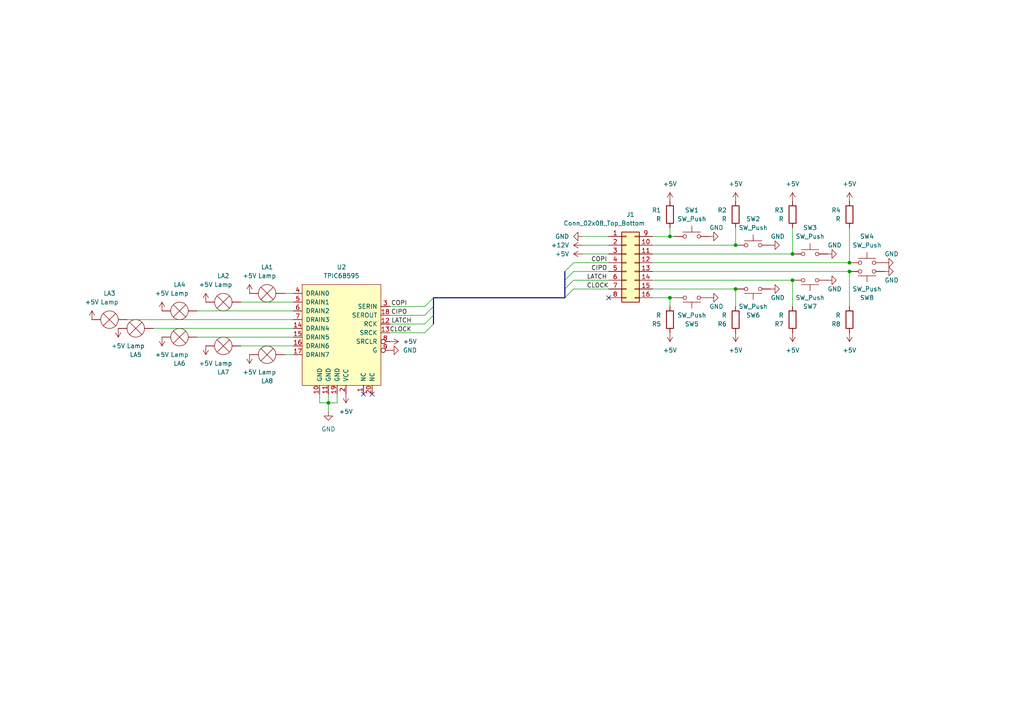
<source format=kicad_sch>
(kicad_sch (version 20230121) (generator eeschema)
  (paper "A4")
  (lib_symbols
    (symbol "Connector_Generic:Conn_02x08_Top_Bottom" (pin_names (offset 1.016) hide)
      (property "Reference" "J" (at 1.27 10.16 0))
      (property "Value" "Conn_02x08_Top_Bottom" (at 1.27 -12.7 0))
      (symbol "Conn_02x08_Top_Bottom_1_1"
        (rectangle (start -1.27 -10.033) (end 0 -10.287) (stroke (width 0.1524)))
        (rectangle (start -1.27 -7.493) (end 0 -7.747) (stroke (width 0.1524)))
        (rectangle (start -1.27 -4.953) (end 0 -5.207) (stroke (width 0.1524)))
        (rectangle (start -1.27 -2.413) (end 0 -2.667) (stroke (width 0.1524)))
        (rectangle (start -1.27 0.127) (end 0 -0.127) (stroke (width 0.1524)))
        (rectangle (start -1.27 2.667) (end 0 2.413) (stroke (width 0.1524)))
        (rectangle (start -1.27 5.207) (end 0 4.953) (stroke (width 0.1524)))
        (rectangle (start -1.27 7.747) (end 0 7.493) (stroke (width 0.1524)))
        (rectangle (start -1.27 8.89) (end 3.81 -11.43) (stroke (width 0.254)) (fill (type background)))
        (rectangle (start 3.81 -10.033) (end 2.54 -10.287) (stroke (width 0.1524)))
        (rectangle (start 3.81 -7.493) (end 2.54 -7.747) (stroke (width 0.1524)))
        (rectangle (start 3.81 -4.953) (end 2.54 -5.207) (stroke (width 0.1524)))
        (rectangle (start 3.81 -2.413) (end 2.54 -2.667) (stroke (width 0.1524)))
        (rectangle (start 3.81 0.127) (end 2.54 -0.127) (stroke (width 0.1524)))
        (rectangle (start 3.81 2.667) (end 2.54 2.413) (stroke (width 0.1524)))
        (rectangle (start 3.81 5.207) (end 2.54 4.953) (stroke (width 0.1524)))
        (rectangle (start 3.81 7.747) (end 2.54 7.493) (stroke (width 0.1524)))
        (pin passive line (at -5.08 7.62 0) (length 3.81) (name "Pin_1") (number "1"))
        (pin passive line (at 7.62 5.08 180) (length 3.81) (name "Pin_10") (number "10"))
        (pin passive line (at 7.62 2.54 180) (length 3.81) (name "Pin_11") (number "11"))
        (pin passive line (at 7.62 0 180) (length 3.81) (name "Pin_12") (number "12"))
        (pin passive line (at 7.62 -2.54 180) (length 3.81) (name "Pin_13") (number "13"))
        (pin passive line (at 7.62 -5.08 180) (length 3.81) (name "Pin_14") (number "14"))
        (pin passive line (at 7.62 -7.62 180) (length 3.81) (name "Pin_15") (number "15"))
        (pin passive line (at 7.62 -10.16 180) (length 3.81) (name "Pin_16") (number "16"))
        (pin passive line (at -5.08 5.08 0) (length 3.81) (name "Pin_2") (number "2"))
        (pin passive line (at -5.08 2.54 0) (length 3.81) (name "Pin_3") (number "3"))
        (pin passive line (at -5.08 0 0) (length 3.81) (name "Pin_4") (number "4"))
        (pin passive line (at -5.08 -2.54 0) (length 3.81) (name "Pin_5") (number "5"))
        (pin passive line (at -5.08 -5.08 0) (length 3.81) (name "Pin_6") (number "6"))
        (pin passive line (at -5.08 -7.62 0) (length 3.81) (name "Pin_7") (number "7"))
        (pin passive line (at -5.08 -10.16 0) (length 3.81) (name "Pin_8") (number "8"))
        (pin passive line (at 7.62 7.62 180) (length 3.81) (name "Pin_9") (number "9"))
      )
    )
    (symbol "Device:Lamp" (pin_numbers hide) (pin_names (offset 0.0254) hide)
      (property "Reference" "LA" (at 0.635 3.81 0))
      (property "Value" "Lamp" (at 0.635 -3.81 0))
      (symbol "Lamp_0_1"
        (polyline (pts (xy -1.778 1.778) (xy 1.778 -1.778)))
        (polyline (pts (xy 1.778 1.778) (xy -1.778 -1.778)))
        (circle (center 0 0) (radius 2.54))
      )
      (symbol "Lamp_1_1"
        (pin passive line (at 0 -5.08 90) (length 2.54) (name "-") (number "1"))
        (pin passive line (at 0 5.08 270) (length 2.54) (name "+") (number "2"))
      )
    )
    (symbol "Device:R" (pin_numbers hide) (pin_names (offset 0))
      (property "Reference" "R" (at 2.032 0 90))
      (property "Value" "R" (at 0 0 90))
      (symbol "R_0_1"
        (rectangle (start -1.016 -2.54) (end 1.016 2.54) (stroke (width 0.254)))
      )
      (symbol "R_1_1"
        (pin passive line (at 0 3.81 270) (length 1.27) (name "~") (number "1"))
        (pin passive line (at 0 -3.81 90) (length 1.27) (name "~") (number "2"))
      )
    )
    (symbol "SMM:TPIC6B595" (pin_names (offset 1.016))
      (property "Reference" "U" (at 0 0 0))
      (property "Value" "TPIC6B595" (at 0 -12.7 90))
      (symbol "TPIC6B595_0_1"
        (rectangle (start -11.43 -1.27) (end 11.43 -30.48) (fill (type background)))
      )
      (symbol "TPIC6B595_1_1"
        (pin power_in line (at 6.35 -33.02 90) (length 2.54) (name "NC") (number "1"))
        (pin power_in line (at -6.35 -33.02 90) (length 2.54) (name "GND") (number "10"))
        (pin power_in line (at -3.81 -33.02 90) (length 2.54) (name "GND") (number "11"))
        (pin input line (at 13.97 -12.7 180) (length 2.54) (name "RCK") (number "12"))
        (pin input line (at 13.97 -15.24 180) (length 2.54) (name "SRCK") (number "13"))
        (pin open_collector line (at -13.97 -13.97 0) (length 2.54) (name "DRAIN4") (number "14"))
        (pin open_collector line (at -13.97 -16.51 0) (length 2.54) (name "DRAIN5") (number "15"))
        (pin open_collector line (at -13.97 -19.05 0) (length 2.54) (name "DRAIN6") (number "16"))
        (pin open_collector line (at -13.97 -21.59 0) (length 2.54) (name "DRAIN7") (number "17"))
        (pin output line (at 13.97 -10.16 180) (length 2.54) (name "SEROUT") (number "18"))
        (pin power_in line (at -1.27 -33.02 90) (length 2.54) (name "GND") (number "19"))
        (pin power_in line (at 1.27 -33.02 90) (length 2.54) (name "VCC") (number "2"))
        (pin power_in line (at 8.89 -33.02 90) (length 2.54) (name "NC") (number "20"))
        (pin input line (at 13.97 -7.62 180) (length 2.54) (name "SERIN") (number "3"))
        (pin open_collector line (at -13.97 -3.81 0) (length 2.54) (name "DRAIN0") (number "4"))
        (pin open_collector line (at -13.97 -6.35 0) (length 2.54) (name "DRAIN1") (number "5"))
        (pin open_collector line (at -13.97 -8.89 0) (length 2.54) (name "DRAIN2") (number "6"))
        (pin open_collector line (at -13.97 -11.43 0) (length 2.54) (name "DRAIN3") (number "7"))
        (pin input inverted (at 13.97 -17.78 180) (length 2.54) (name "SRCLR") (number "8"))
        (pin input inverted (at 13.97 -20.32 180) (length 2.54) (name "G") (number "9"))
      )
    )
    (symbol "Switch:SW_Push" (pin_numbers hide) (pin_names (offset 1.016) hide)
      (property "Reference" "SW" (at 1.27 2.54 0))
      (property "Value" "SW_Push" (at 0 -1.524 0))
      (symbol "SW_Push_0_1"
        (circle (center -2.032 0) (radius 0.508))
        (polyline (pts (xy 0 1.27) (xy 0 3.048)))
        (polyline (pts (xy 2.54 1.27) (xy -2.54 1.27)))
        (circle (center 2.032 0) (radius 0.508))
        (pin passive line (at -5.08 0 0) (length 2.54) (name "1") (number "1"))
        (pin passive line (at 5.08 0 180) (length 2.54) (name "2") (number "2"))
      )
    )
    (symbol "power:+12V" (power) (pin_names (offset 0))
      (property "Value" "+12V" (at 0 3.556 0))
      (symbol "+12V_0_1"
        (polyline (pts (xy -0.762 1.27) (xy 0 2.54)))
        (polyline (pts (xy 0 0) (xy 0 2.54)))
        (polyline (pts (xy 0 2.54) (xy 0.762 1.27)))
      )
      (symbol "+12V_1_1"
        (pin power_in line (at 0 0 90) (length 0) hide (name "+12V") (number "1"))
      )
    )
    (symbol "power:+5V" (power) (pin_names (offset 0))
      (property "Value" "+5V" (at 0 3.556 0))
      (symbol "+5V_0_1"
        (polyline (pts (xy -0.762 1.27) (xy 0 2.54)))
        (polyline (pts (xy 0 0) (xy 0 2.54)))
        (polyline (pts (xy 0 2.54) (xy 0.762 1.27)))
      )
      (symbol "+5V_1_1"
        (pin power_in line (at 0 0 90) (length 0) hide (name "+5V") (number "1"))
      )
    )
    (symbol "power:GND" (power) (pin_names (offset 0))
      (property "Value" "GND" (at 0 -3.81 0))
      (symbol "GND_0_1"
        (polyline (pts (xy 0 0) (xy 0 -1.27) (xy 1.27 -1.27) (xy 0 -2.54) (xy -1.27 -1.27) (xy 0 -1.27)))
      )
      (symbol "GND_1_1"
        (pin power_in line (at 0 0 270) (length 0) hide (name "GND") (number "1"))
      )
    )
  )
  (junction (at 246.38 76.2))
  (junction (at 213.36 83.82))
  (junction (at 229.87 73.66))
  (junction (at 229.87 81.28))
  (junction (at 194.31 68.58))
  (junction (at 95.25 116.84))
  (junction (at 246.38 78.74))
  (junction (at 213.36 71.12))
  (junction (at 194.31 86.36))
  (no_connect (at 176.53 86.36))
  (no_connect (at 105.41 114.3))
  (no_connect (at 107.95 114.3))
  (bus_entry (at 123.19 91.44) (size 2.54 -2.54))
  (bus_entry (at 123.19 88.9) (size 2.54 -2.54))
  (bus_entry (at 123.19 93.98) (size 2.54 -2.54))
  (bus_entry (at 123.19 96.52) (size 2.54 -2.54))
  (bus_entry (at 166.37 81.28) (size -2.54 2.54))
  (bus_entry (at 166.37 83.82) (size -2.54 2.54))
  (bus_entry (at 166.37 76.2) (size -2.54 2.54))
  (bus_entry (at 166.37 78.74) (size -2.54 2.54))
  (wire (pts (xy 166.37 81.28) (xy 176.53 81.28)))
  (bus (pts (xy 125.73 88.9) (xy 125.73 86.36)))
  (wire (pts (xy 123.19 91.44) (xy 113.03 91.44)))
  (bus (pts (xy 163.83 83.82) (xy 163.83 86.36)))
  (wire (pts (xy 246.38 88.9) (xy 246.38 78.74)))
  (wire (pts (xy 213.36 88.9) (xy 213.36 83.82)))
  (wire (pts (xy 213.36 66.04) (xy 213.36 71.12)))
  (wire (pts (xy 194.31 66.04) (xy 194.31 68.58)))
  (wire (pts (xy 189.23 86.36) (xy 194.31 86.36)))
  (wire (pts (xy 95.25 116.84) (xy 97.79 116.84)))
  (wire (pts (xy 168.91 71.12) (xy 176.53 71.12)))
  (wire (pts (xy 123.19 93.98) (xy 113.03 93.98)))
  (wire (pts (xy 166.37 83.82) (xy 176.53 83.82)))
  (wire (pts (xy 189.23 73.66) (xy 229.87 73.66)))
  (wire (pts (xy 57.15 97.79) (xy 85.09 97.79)))
  (wire (pts (xy 82.55 85.09) (xy 85.09 85.09)))
  (bus (pts (xy 125.73 86.36) (xy 163.83 86.36)))
  (wire (pts (xy 57.15 90.17) (xy 85.09 90.17)))
  (wire (pts (xy 97.79 116.84) (xy 97.79 114.3)))
  (wire (pts (xy 168.91 68.58) (xy 176.53 68.58)))
  (wire (pts (xy 168.91 73.66) (xy 176.53 73.66)))
  (wire (pts (xy 246.38 66.04) (xy 246.38 76.2)))
  (wire (pts (xy 189.23 78.74) (xy 246.38 78.74)))
  (wire (pts (xy 92.71 116.84) (xy 95.25 116.84)))
  (wire (pts (xy 189.23 81.28) (xy 229.87 81.28)))
  (wire (pts (xy 213.36 83.82) (xy 189.23 83.82)))
  (wire (pts (xy 82.55 102.87) (xy 85.09 102.87)))
  (wire (pts (xy 229.87 88.9) (xy 229.87 81.28)))
  (bus (pts (xy 125.73 93.98) (xy 125.73 91.44)))
  (wire (pts (xy 166.37 78.74) (xy 176.53 78.74)))
  (wire (pts (xy 194.31 68.58) (xy 195.58 68.58)))
  (wire (pts (xy 95.25 116.84) (xy 95.25 114.3)))
  (wire (pts (xy 166.37 76.2) (xy 176.53 76.2)))
  (wire (pts (xy 95.25 119.38) (xy 95.25 116.84)))
  (wire (pts (xy 69.85 87.63) (xy 85.09 87.63)))
  (wire (pts (xy 36.83 92.71) (xy 85.09 92.71)))
  (wire (pts (xy 44.45 95.25) (xy 85.09 95.25)))
  (wire (pts (xy 229.87 66.04) (xy 229.87 73.66)))
  (bus (pts (xy 125.73 91.44) (xy 125.73 88.9)))
  (wire (pts (xy 69.85 100.33) (xy 85.09 100.33)))
  (bus (pts (xy 163.83 78.74) (xy 163.83 81.28)))
  (bus (pts (xy 163.83 81.28) (xy 163.83 83.82)))
  (wire (pts (xy 189.23 76.2) (xy 246.38 76.2)))
  (wire (pts (xy 123.19 96.52) (xy 113.03 96.52)))
  (wire (pts (xy 194.31 88.9) (xy 194.31 86.36)))
  (wire (pts (xy 189.23 68.58) (xy 194.31 68.58)))
  (wire (pts (xy 194.31 86.36) (xy 195.58 86.36)))
  (wire (pts (xy 123.19 88.9) (xy 113.03 88.9)))
  (wire (pts (xy 92.71 116.84) (xy 92.71 114.3)))
  (wire (pts (xy 213.36 71.12) (xy 189.23 71.12)))
  (label "CLOCK" (at 119.38 96.52 180))
  (label "LATCH" (at 170.18 81.28 0))
  (label "COPI" (at 118.11 88.9 180))
  (label "CLOCK" (at 170.18 83.82 0))
  (label "CIPO" (at 171.45 78.74 0))
  (label "LATCH" (at 119.38 93.98 180))
  (label "COPI" (at 171.45 76.2 0))
  (label "CIPO" (at 118.11 91.44 180))
  (symbol (lib_id "power:+5V") (at 46.99 97.79 180) (unit 1)
    (property "Reference" "#PWR029" (effects hide))
    (property "Value" "+5V" (at 46.99 102.87 0))
  )
  (symbol (lib_id "power:+5V") (at 246.38 58.42 0) (unit 1)
    (property "Reference" "#PWR014" (effects hide))
    (property "Value" "+5V" (at 246.38 53.34 0))
  )
  (symbol (lib_id "Switch:SW_Push") (at 218.44 71.12 0) (unit 1)
    (property "Reference" "SW2" (at 218.44 63.5 0))
    (property "Value" "SW_Push" (at 218.44 66.04 0))
    (property "Footprint" "SMM:TerminalBlock-2_P5.08mm_small" (effects hide))
  )
  (symbol (lib_id "power:+5V") (at 246.38 96.52 0) (mirror x) (unit 1)
    (property "Reference" "#PWR022" (effects hide))
    (property "Value" "+5V" (at 246.38 101.6 0))
  )
  (symbol (lib_id "Device:Lamp") (at 64.77 100.33 90) (mirror x) (unit 1)
    (property "Reference" "LA7" (at 64.77 107.95 90))
    (property "Value" "Lamp" (at 64.77 105.41 90))
    (property "Footprint" "SMM:TerminalBlock-2_P5.08mm_small" (effects hide))
  )
  (symbol (lib_id "power:+5V") (at 46.99 90.17 0) (unit 1)
    (property "Reference" "#PWR025" (effects hide))
    (property "Value" "+5V" (at 46.99 85.09 0))
  )
  (symbol (lib_id "Switch:SW_Push") (at 200.66 86.36 0) (mirror x) (unit 1)
    (property "Reference" "SW5" (at 200.66 93.98 0))
    (property "Value" "SW_Push" (at 200.66 91.44 0))
    (property "Footprint" "SMM:TerminalBlock-2_P5.08mm_small" (effects hide))
  )
  (symbol (lib_id "power:+12V") (at 168.91 71.12 90) (mirror x) (unit 1)
    (property "Reference" "#PWR02" (effects hide))
    (property "Value" "+12V" (at 165.1 71.12 90) (effects (justify left)))
  )
  (symbol (lib_id "Device:R") (at 246.38 62.23 0) (mirror y) (unit 1)
    (property "Reference" "R4" (at 243.84 60.96 0) (effects (justify left)))
    (property "Value" "R" (at 243.84 63.5 0) (effects (justify left)))
    (property "Footprint" "SMM:Resistor_L6.3mm_D2.5mm_P10.16mm_Horizontal" (effects hide))
  )
  (symbol (lib_id "Device:R") (at 213.36 62.23 0) (mirror y) (unit 1)
    (property "Reference" "R2" (at 210.82 60.96 0) (effects (justify left)))
    (property "Value" "R" (at 210.82 63.5 0) (effects (justify left)))
    (property "Footprint" "SMM:Resistor_L6.3mm_D2.5mm_P10.16mm_Horizontal" (effects hide))
  )
  (symbol (lib_id "power:+5V") (at 72.39 102.87 180) (unit 1)
    (property "Reference" "#PWR027" (effects hide))
    (property "Value" "+5V" (at 72.39 107.95 0))
  )
  (symbol (lib_id "Switch:SW_Push") (at 200.66 68.58 0) (unit 1)
    (property "Reference" "SW1" (at 200.66 60.96 0))
    (property "Value" "SW_Push" (at 200.66 63.5 0))
    (property "Footprint" "SMM:TerminalBlock-2_P5.08mm_small" (effects hide))
  )
  (symbol (lib_id "power:+5V") (at 168.91 73.66 90) (unit 1)
    (property "Reference" "#PWR03" (effects hide))
    (property "Value" "+5V" (at 165.1 73.66 90) (effects (justify left)))
  )
  (symbol (lib_id "Device:Lamp") (at 52.07 90.17 90) (unit 1)
    (property "Reference" "LA4" (at 52.07 82.55 90))
    (property "Value" "Lamp" (at 52.07 85.09 90))
    (property "Footprint" "SMM:TerminalBlock-2_P5.08mm_small" (effects hide))
  )
  (symbol (lib_id "Switch:SW_Push") (at 234.95 81.28 0) (mirror x) (unit 1)
    (property "Reference" "SW7" (at 234.95 88.9 0))
    (property "Value" "SW_Push" (at 234.95 86.36 0))
    (property "Footprint" "SMM:TerminalBlock-2_P5.08mm_small" (effects hide))
  )
  (symbol (lib_id "power:+5V") (at 194.31 58.42 0) (unit 1)
    (property "Reference" "#PWR08" (effects hide))
    (property "Value" "+5V" (at 194.31 53.34 0))
  )
  (symbol (lib_id "power:+5V") (at 59.69 100.33 180) (unit 1)
    (property "Reference" "#PWR028" (effects hide))
    (property "Value" "+5V" (at 59.69 105.41 0))
  )
  (symbol (lib_id "power:+5V") (at 229.87 58.42 0) (unit 1)
    (property "Reference" "#PWR012" (effects hide))
    (property "Value" "+5V" (at 229.87 53.34 0))
  )
  (symbol (lib_id "Device:R") (at 213.36 92.71 180) (unit 1)
    (property "Reference" "R6" (at 210.82 93.98 0) (effects (justify left)))
    (property "Value" "R" (at 210.82 91.44 0) (effects (justify left)))
    (property "Footprint" "SMM:Resistor_L6.3mm_D2.5mm_P10.16mm_Horizontal" (effects hide))
  )
  (symbol (lib_id "Device:R") (at 194.31 62.23 0) (mirror y) (unit 1)
    (property "Reference" "R1" (at 191.77 60.96 0) (effects (justify left)))
    (property "Value" "R" (at 191.77 63.5 0) (effects (justify left)))
    (property "Footprint" "SMM:Resistor_L6.3mm_D2.5mm_P10.16mm_Horizontal" (effects hide))
  )
  (symbol (lib_id "Device:Lamp") (at 64.77 87.63 90) (unit 1)
    (property "Reference" "LA2" (at 64.77 80.01 90))
    (property "Value" "Lamp" (at 64.77 82.55 90))
    (property "Footprint" "SMM:TerminalBlock-2_P5.08mm_small" (effects hide))
  )
  (symbol (lib_id "Device:R") (at 246.38 92.71 180) (unit 1)
    (property "Reference" "R8" (at 243.84 93.98 0) (effects (justify left)))
    (property "Value" "R" (at 243.84 91.44 0) (effects (justify left)))
    (property "Footprint" "SMM:Resistor_L6.3mm_D2.5mm_P10.16mm_Horizontal" (effects hide))
  )
  (symbol (lib_id "Device:Lamp") (at 52.07 97.79 90) (mirror x) (unit 1)
    (property "Reference" "LA6" (at 52.07 105.41 90))
    (property "Value" "Lamp" (at 52.07 102.87 90))
    (property "Footprint" "SMM:TerminalBlock-2_P5.08mm_small" (effects hide))
  )
  (symbol (lib_id "power:GND") (at 256.54 78.74 90) (mirror x) (unit 1)
    (property "Reference" "#PWR023" (effects hide))
    (property "Value" "GND" (at 256.54 81.28 90) (effects (justify right)))
  )
  (symbol (lib_id "Device:Lamp") (at 31.75 92.71 90) (unit 1)
    (property "Reference" "LA3" (at 31.75 85.09 90))
    (property "Value" "Lamp" (at 31.75 87.63 90))
    (property "Footprint" "SMM:TerminalBlock-2_P5.08mm_small" (effects hide))
  )
  (symbol (lib_id "Switch:SW_Push") (at 234.95 73.66 0) (unit 1)
    (property "Reference" "SW3" (at 234.95 66.04 0))
    (property "Value" "SW_Push" (at 234.95 68.58 0))
    (property "Footprint" "SMM:TerminalBlock-2_P5.08mm_small" (effects hide))
  )
  (symbol (lib_id "Device:R") (at 194.31 92.71 180) (unit 1)
    (property "Reference" "R5" (at 191.77 93.98 0) (effects (justify left)))
    (property "Value" "R" (at 191.77 91.44 0) (effects (justify left)))
    (property "Footprint" "SMM:Resistor_L6.3mm_D2.5mm_P10.16mm_Horizontal" (effects hide))
  )
  (symbol (lib_id "Device:R") (at 229.87 92.71 180) (unit 1)
    (property "Reference" "R7" (at 227.33 93.98 0) (effects (justify left)))
    (property "Value" "R" (at 227.33 91.44 0) (effects (justify left)))
    (property "Footprint" "SMM:Resistor_L6.3mm_D2.5mm_P10.16mm_Horizontal" (effects hide))
  )
  (symbol (lib_id "power:+5V") (at 229.87 96.52 0) (mirror x) (unit 1)
    (property "Reference" "#PWR020" (effects hide))
    (property "Value" "+5V" (at 229.87 101.6 0))
  )
  (symbol (lib_id "power:+5V") (at 100.33 114.3 180) (unit 1)
    (property "Reference" "#PWR07" (effects hide))
    (property "Value" "+5V" (at 100.33 119.38 0))
  )
  (symbol (lib_id "power:+5V") (at 194.31 96.52 0) (mirror x) (unit 1)
    (property "Reference" "#PWR016" (effects hide))
    (property "Value" "+5V" (at 194.31 101.6 0))
  )
  (symbol (lib_id "power:GND") (at 95.25 119.38 0) (unit 1)
    (property "Reference" "#PWR06" (effects hide))
    (property "Value" "GND" (at 95.25 124.46 0))
  )
  (symbol (lib_id "Switch:SW_Push") (at 251.46 78.74 0) (mirror x) (unit 1)
    (property "Reference" "SW8" (at 251.46 86.36 0))
    (property "Value" "SW_Push" (at 251.46 83.82 0))
    (property "Footprint" "SMM:TerminalBlock-2_P5.08mm_small" (effects hide))
  )
  (symbol (lib_id "power:GND") (at 240.03 81.28 90) (mirror x) (unit 1)
    (property "Reference" "#PWR021" (effects hide))
    (property "Value" "GND" (at 240.03 83.82 90) (effects (justify right)))
  )
  (symbol (lib_id "power:+5V") (at 59.69 87.63 0) (unit 1)
    (property "Reference" "#PWR024" (effects hide))
    (property "Value" "+5V" (at 59.69 82.55 0))
  )
  (symbol (lib_id "Switch:SW_Push") (at 218.44 83.82 0) (mirror x) (unit 1)
    (property "Reference" "SW6" (at 218.44 91.44 0))
    (property "Value" "SW_Push" (at 218.44 88.9 0))
    (property "Footprint" "SMM:TerminalBlock-2_P5.08mm_small" (effects hide))
  )
  (symbol (lib_id "power:GND") (at 256.54 76.2 90) (unit 1)
    (property "Reference" "#PWR015" (effects hide))
    (property "Value" "GND" (at 256.54 73.66 90) (effects (justify right)))
  )
  (symbol (lib_id "power:+5V") (at 213.36 96.52 0) (mirror x) (unit 1)
    (property "Reference" "#PWR018" (effects hide))
    (property "Value" "+5V" (at 213.36 101.6 0))
  )
  (symbol (lib_id "power:GND") (at 205.74 86.36 90) (mirror x) (unit 1)
    (property "Reference" "#PWR017" (effects hide))
    (property "Value" "GND" (at 205.74 88.9 90) (effects (justify right)))
  )
  (symbol (lib_id "Switch:SW_Push") (at 251.46 76.2 0) (unit 1)
    (property "Reference" "SW4" (at 251.46 68.58 0))
    (property "Value" "SW_Push" (at 251.46 71.12 0))
    (property "Footprint" "SMM:TerminalBlock-2_P5.08mm_small" (effects hide))
  )
  (symbol (lib_id "Device:R") (at 229.87 62.23 0) (mirror y) (unit 1)
    (property "Reference" "R3" (at 227.33 60.96 0) (effects (justify left)))
    (property "Value" "R" (at 227.33 63.5 0) (effects (justify left)))
    (property "Footprint" "SMM:Resistor_L6.3mm_D2.5mm_P10.16mm_Horizontal" (effects hide))
  )
  (symbol (lib_id "power:GND") (at 113.03 101.6 90) (unit 1)
    (property "Reference" "#PWR05" (effects hide))
    (property "Value" "GND" (at 116.84 101.6 90) (effects (justify right)))
  )
  (symbol (lib_id "SMM:TPIC6B595") (at 99.06 81.28 0) (unit 1)
    (property "Reference" "U2" (at 99.06 77.47 0))
    (property "Value" "TPIC6B595" (at 99.06 80.01 0))
    (property "Footprint" "Package_DIP:DIP-20_W7.62mm" (effects hide))
  )
  (symbol (lib_id "power:GND") (at 205.74 68.58 90) (unit 1)
    (property "Reference" "#PWR09" (effects hide))
    (property "Value" "GND" (at 205.74 66.04 90) (effects (justify right)))
  )
  (symbol (lib_id "power:+5V") (at 34.29 95.25 180) (unit 1)
    (property "Reference" "#PWR030" (effects hide))
    (property "Value" "+5V" (at 34.29 100.33 0))
  )
  (symbol (lib_id "Device:Lamp") (at 77.47 102.87 90) (mirror x) (unit 1)
    (property "Reference" "LA8" (at 77.47 110.49 90))
    (property "Value" "Lamp" (at 77.47 107.95 90))
    (property "Footprint" "SMM:TerminalBlock-2_P5.08mm_small" (effects hide))
  )
  (symbol (lib_id "power:GND") (at 223.52 83.82 90) (mirror x) (unit 1)
    (property "Reference" "#PWR019" (effects hide))
    (property "Value" "GND" (at 223.52 86.36 90) (effects (justify right)))
  )
  (symbol (lib_id "Device:Lamp") (at 77.47 85.09 90) (unit 1)
    (property "Reference" "LA1" (at 77.47 77.47 90))
    (property "Value" "Lamp" (at 77.47 80.01 90))
    (property "Footprint" "SMM:TerminalBlock-2_P5.08mm_small" (effects hide))
  )
  (symbol (lib_id "power:GND") (at 168.91 68.58 270) (unit 1)
    (property "Reference" "#PWR01" (effects hide))
    (property "Value" "GND" (at 165.1 68.58 90) (effects (justify right)))
  )
  (symbol (lib_id "power:GND") (at 240.03 73.66 90) (unit 1)
    (property "Reference" "#PWR013" (effects hide))
    (property "Value" "GND" (at 240.03 71.12 90) (effects (justify right)))
  )
  (symbol (lib_id "Device:Lamp") (at 39.37 95.25 90) (mirror x) (unit 1)
    (property "Reference" "LA5" (at 39.37 102.87 90))
    (property "Value" "Lamp" (at 39.37 100.33 90))
    (property "Footprint" "SMM:TerminalBlock-2_P5.08mm_small" (effects hide))
  )
  (symbol (lib_id "power:+5V") (at 26.67 92.71 0) (unit 1)
    (property "Reference" "#PWR026" (effects hide))
    (property "Value" "+5V" (at 26.67 87.63 0))
  )
  (symbol (lib_id "Connector_Generic:Conn_02x08_Top_Bottom") (at 181.61 76.2 0) (unit 1)
    (property "Reference" "J1" (at 182.88 62.23 0))
    (property "Value" "Conn_02x08_Top_Bottom" (at 175.26 64.77 0))
    (property "Footprint" "Connector_PinHeader_2.54mm:PinHeader_2x08_P2.54mm_Vertical" (effects hide))
  )
  (symbol (lib_id "power:+5V") (at 213.36 58.42 0) (unit 1)
    (property "Reference" "#PWR010" (effects hide))
    (property "Value" "+5V" (at 213.36 53.34 0))
  )
  (symbol (lib_id "power:+5V") (at 113.03 99.06 270) (unit 1)
    (property "Reference" "#PWR04" (effects hide))
    (property "Value" "+5V" (at 116.84 99.06 90) (effects (justify left)))
  )
  (symbol (lib_id "power:GND") (at 223.52 71.12 90) (unit 1)
    (property "Reference" "#PWR011" (effects hide))
    (property "Value" "GND" (at 223.52 68.58 90) (effects (justify right)))
  )
  (symbol (lib_id "power:+5V") (at 72.39 85.09 0) (unit 1)
    (property "Reference" "#PWR032" (effects hide))
    (property "Value" "+5V" (at 72.39 80.01 0))
  )
)
</source>
